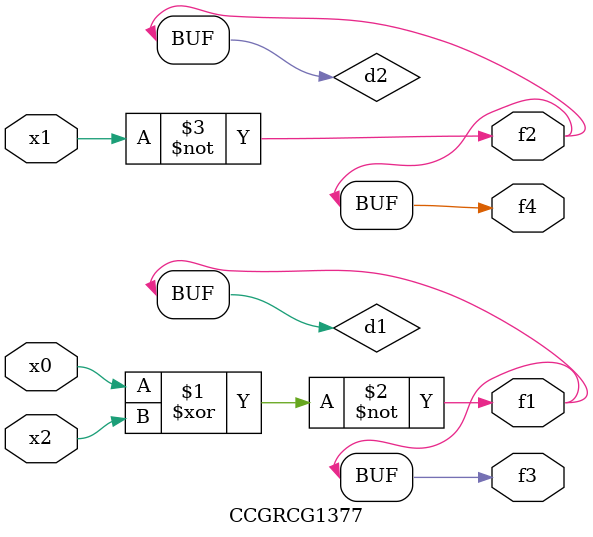
<source format=v>
module CCGRCG1377(
	input x0, x1, x2,
	output f1, f2, f3, f4
);

	wire d1, d2, d3;

	xnor (d1, x0, x2);
	nand (d2, x1);
	nor (d3, x1, x2);
	assign f1 = d1;
	assign f2 = d2;
	assign f3 = d1;
	assign f4 = d2;
endmodule

</source>
